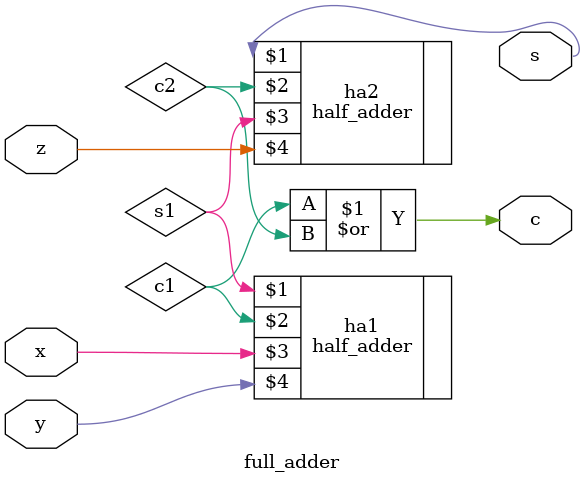
<source format=v>
`include "first_behavioral.v"

module full_adder(s, c, x, y, z);
    input x, y, z;
    output s, c;
    wire s1, c1, c2;
    half_adder ha1(s1, c1, x, y);
    half_adder ha2(s, c2, s1, z);
    or o1(c, c1, c2);
endmodule
</source>
